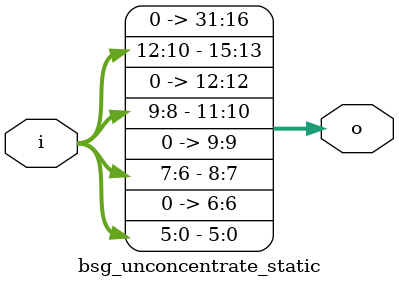
<source format=v>
/* Generated by Yosys 0.30+16 (git sha1 8b2a00102, gcc 11.3.0-1ubuntu1~22.04.1 -fPIC -Os) */

module bsg_unconcentrate_static(i, o);
  input [12:0] i;
  wire [12:0] i;
  output [31:0] o;
  wire [31:0] o;
  assign o = { 16'h0000, i[12:10], 1'h0, i[9:8], 1'h0, i[7:6], 1'h0, i[5:0] };
endmodule

</source>
